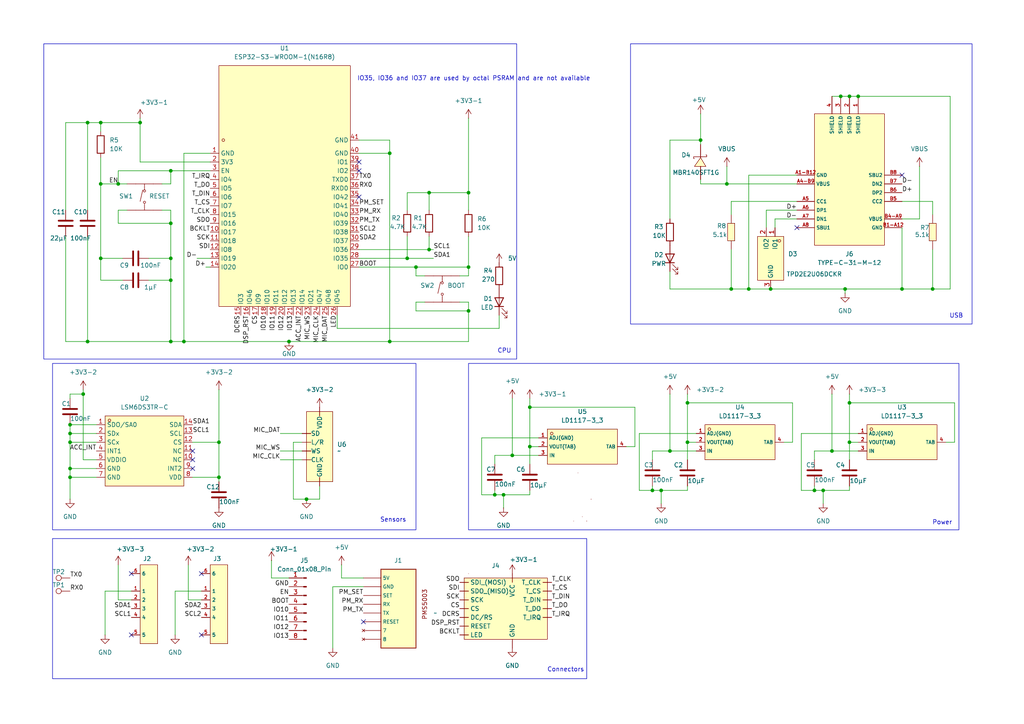
<source format=kicad_sch>
(kicad_sch (version 20250114) (generator "eeschema") (generator_version "9.0")
  (paper "A4")
  (title_block (title "Sensr") (date "2025-04-20") (rev "0.2.0") (company "PDX Hackerspace") (comment 1 "John Romkey"))
  (rectangle (start 15.24 105.41) (end 120.65 153.67))
  (rectangle (start 15.24 156.21) (end 170.18 196.85))
  (rectangle (start 12.7 12.7) (end 149.86 104.14))
  (rectangle (start 135.89 105.41) (end 278.13 153.67))
  (rectangle (start 182.88 12.7) (end 281.94 93.98))
  (text "IO35, IO36 and IO37 are used by octal PSRAM and are not available" (at 137.414 22.86 0) (effects (font (size 1.27 1.27))))
  (text "Power" (at 273.304 151.638 0) (effects (font (size 1.27 1.27))))
  (text "Connectors\n" (at 164.084 194.31 0) (effects (font (size 1.27 1.27))))
  (text "Sensors" (at 114.046 150.876 0) (effects (font (size 1.27 1.27))))
  (text "USB" (at 277.368 91.694 0) (effects (font (size 1.27 1.27))))
  (text "CPU" (at 146.304 101.854 0) (effects (font (size 1.27 1.27))))
  (junction (at 245.11 83.82))
  (junction (at 29.21 35.56))
  (junction (at 241.3 130.81))
  (junction (at 63.5 128.27))
  (junction (at 25.4 35.56))
  (junction (at 53.34 99.06))
  (junction (at 49.53 74.93))
  (junction (at 113.03 99.06))
  (junction (at 238.76 142.24))
  (junction (at 49.53 49.53))
  (junction (at 88.9 144.78))
  (junction (at 63.5 138.43))
  (junction (at 143.51 143.51))
  (junction (at 20.32 138.43))
  (junction (at 83.82 99.06))
  (junction (at 248.92 27.94))
  (junction (at 153.67 118.11))
  (junction (at 223.52 83.82))
  (junction (at 194.31 130.81))
  (junction (at 246.38 116.84))
  (junction (at 210.82 53.34))
  (junction (at 20.32 123.19))
  (junction (at 212.09 83.82))
  (junction (at 135.89 77.47))
  (junction (at 217.17 83.82))
  (junction (at 243.84 27.94))
  (junction (at 153.67 129.54))
  (junction (at 20.32 128.27))
  (junction (at 261.62 83.82))
  (junction (at 113.03 44.45))
  (junction (at 49.53 81.28))
  (junction (at 148.59 132.08))
  (junction (at 49.53 64.77))
  (junction (at 199.39 116.84))
  (junction (at 124.46 55.88))
  (junction (at 25.4 99.06))
  (junction (at 146.05 143.51))
  (junction (at 203.2 40.64))
  (junction (at 124.46 72.39))
  (junction (at 189.23 142.24))
  (junction (at 24.13 114.3))
  (junction (at 34.29 53.34))
  (junction (at 246.38 128.27))
  (junction (at 120.65 77.47))
  (junction (at 20.32 135.89))
  (junction (at 40.64 35.56))
  (junction (at 199.39 128.27))
  (junction (at 29.21 74.93))
  (junction (at 49.53 99.06))
  (junction (at 246.38 27.94))
  (junction (at 191.77 142.24))
  (junction (at 236.22 142.24))
  (junction (at 135.89 55.88))
  (junction (at 20.32 125.73))
  (junction (at 118.11 74.93))
  (junction (at 270.51 83.82))
  (junction (at 135.89 90.17))
  (junction (at 29.21 53.34))
  (no_connect (at 55.88 135.89))
  (no_connect (at 38.1 166.37))
  (no_connect (at 104.14 46.99))
  (no_connect (at 231.14 66.04))
  (no_connect (at 261.62 50.8))
  (no_connect (at 58.42 166.37))
  (no_connect (at 105.41 180.34))
  (no_connect (at 104.14 57.15))
  (no_connect (at 55.88 130.81))
  (no_connect (at 55.88 133.35))
  (no_connect (at 104.14 49.53))
  (no_connect (at 58.42 184.15))
  (no_connect (at 38.1 184.15))
  (wire (pts (xy 261.62 83.82) (xy 270.51 83.82)))
  (wire (pts (xy 113.03 44.45) (xy 113.03 99.06)))
  (wire (pts (xy 43.18 74.93) (xy 49.53 74.93)))
  (wire (pts (xy 201.93 128.27) (xy 199.39 128.27)))
  (wire (pts (xy 241.3 27.94) (xy 243.84 27.94)))
  (wire (pts (xy 199.39 142.24) (xy 199.39 140.97)))
  (wire (pts (xy 118.11 60.96) (xy 118.11 55.88)))
  (wire (pts (xy 19.05 35.56) (xy 25.4 35.56)))
  (wire (pts (xy 50.8 171.45) (xy 50.8 184.15)))
  (wire (pts (xy 120.65 90.17) (xy 135.89 90.17)))
  (wire (pts (xy 194.31 83.82) (xy 212.09 83.82)))
  (wire (pts (xy 20.32 128.27) (xy 20.32 135.89)))
  (wire (pts (xy 97.79 91.44) (xy 97.79 95.25)))
  (wire (pts (xy 34.29 53.34) (xy 29.21 53.34)))
  (wire (pts (xy 143.51 132.08) (xy 148.59 132.08)))
  (wire (pts (xy 156.21 132.08) (xy 148.59 132.08)))
  (wire (pts (xy 261.62 63.5) (xy 266.7 63.5)))
  (wire (pts (xy 60.96 44.45) (xy 53.34 44.45)))
  (wire (pts (xy 113.03 99.06) (xy 135.89 99.06)))
  (wire (pts (xy 139.7 127) (xy 139.7 143.51)))
  (wire (pts (xy 81.28 133.35) (xy 87.63 133.35)))
  (wire (pts (xy 181.61 129.54) (xy 184.15 129.54)))
  (wire (pts (xy 96.52 170.18) (xy 96.52 187.96)))
  (wire (pts (xy 34.29 53.34) (xy 36.83 53.34)))
  (wire (pts (xy 135.89 55.88) (xy 135.89 60.96)))
  (wire (pts (xy 20.32 138.43) (xy 20.32 144.78)))
  (wire (pts (xy 40.64 35.56) (xy 40.64 46.99)))
  (wire (pts (xy 238.76 142.24) (xy 246.38 142.24)))
  (wire (pts (xy 245.11 83.82) (xy 245.11 85.09)))
  (wire (pts (xy 143.51 132.08) (xy 143.51 134.62)))
  (wire (pts (xy 49.53 53.34) (xy 46.99 53.34)))
  (wire (pts (xy 63.5 138.43) (xy 63.5 139.7)))
  (wire (pts (xy 85.09 128.27) (xy 87.63 128.27)))
  (wire (pts (xy 227.33 128.27) (xy 229.87 128.27)))
  (wire (pts (xy 223.52 83.82) (xy 245.11 83.82)))
  (wire (pts (xy 139.7 143.51) (xy 143.51 143.51)))
  (wire (pts (xy 49.53 99.06) (xy 53.34 99.06)))
  (wire (pts (xy 275.59 83.82) (xy 270.51 83.82)))
  (wire (pts (xy 40.64 46.99) (xy 60.96 46.99)))
  (wire (pts (xy 92.71 140.97) (xy 92.71 144.78)))
  (wire (pts (xy 83.82 99.06) (xy 113.03 99.06)))
  (wire (pts (xy 29.21 53.34) (xy 29.21 74.93)))
  (wire (pts (xy 55.88 138.43) (xy 63.5 138.43)))
  (wire (pts (xy 135.89 34.29) (xy 135.89 55.88)))
  (wire (pts (xy 229.87 128.27) (xy 229.87 116.84)))
  (wire (pts (xy 199.39 128.27) (xy 199.39 133.35)))
  (wire (pts (xy 236.22 142.24) (xy 238.76 142.24)))
  (wire (pts (xy 104.14 74.93) (xy 118.11 74.93)))
  (wire (pts (xy 246.38 142.24) (xy 246.38 140.97)))
  (wire (pts (xy 120.65 77.47) (xy 120.65 80.01)))
  (wire (pts (xy 153.67 129.54) (xy 153.67 134.62)))
  (wire (pts (xy 20.32 125.73) (xy 20.32 128.27)))
  (wire (pts (xy 184.15 129.54) (xy 184.15 118.11)))
  (wire (pts (xy 185.42 125.73) (xy 185.42 142.24)))
  (wire (pts (xy 120.65 87.63) (xy 120.65 90.17)))
  (wire (pts (xy 224.79 63.5) (xy 231.14 63.5)))
  (wire (pts (xy 49.53 74.93) (xy 49.53 81.28)))
  (wire (pts (xy 54.61 163.83) (xy 54.61 173.99)))
  (wire (pts (xy 248.92 125.73) (xy 232.41 125.73)))
  (wire (pts (xy 49.53 49.53) (xy 49.53 53.34)))
  (wire (pts (xy 99.06 163.83) (xy 99.06 167.64)))
  (wire (pts (xy 120.65 80.01) (xy 123.19 80.01)))
  (wire (pts (xy 40.64 34.29) (xy 40.64 35.56)))
  (wire (pts (xy 217.17 50.8) (xy 231.14 50.8)))
  (wire (pts (xy 275.59 27.94) (xy 275.59 83.82)))
  (wire (pts (xy 55.88 128.27) (xy 63.5 128.27)))
  (wire (pts (xy 38.1 171.45) (xy 30.48 171.45)))
  (wire (pts (xy 24.13 113.03) (xy 24.13 114.3)))
  (wire (pts (xy 104.14 40.64) (xy 113.03 40.64)))
  (wire (pts (xy 53.34 44.45) (xy 53.34 99.06)))
  (wire (pts (xy 34.29 64.77) (xy 49.53 64.77)))
  (wire (pts (xy 27.94 123.19) (xy 20.32 123.19)))
  (wire (pts (xy 146.05 143.51) (xy 146.05 147.32)))
  (wire (pts (xy 85.09 128.27) (xy 85.09 144.78)))
  (wire (pts (xy 203.2 41.91) (xy 203.2 40.64)))
  (wire (pts (xy 124.46 55.88) (xy 124.46 60.96)))
  (wire (pts (xy 124.46 68.58) (xy 124.46 72.39)))
  (wire (pts (xy 60.96 49.53) (xy 49.53 49.53)))
  (wire (pts (xy 120.65 87.63) (xy 123.19 87.63)))
  (wire (pts (xy 236.22 142.24) (xy 236.22 140.97)))
  (wire (pts (xy 34.29 60.96) (xy 34.29 64.77)))
  (wire (pts (xy 276.86 116.84) (xy 246.38 116.84)))
  (wire (pts (xy 57.15 74.93) (xy 60.96 74.93)))
  (wire (pts (xy 58.42 173.99) (xy 54.61 173.99)))
  (wire (pts (xy 274.32 128.27) (xy 276.86 128.27)))
  (wire (pts (xy 27.94 125.73) (xy 20.32 125.73)))
  (wire (pts (xy 203.2 52.07) (xy 203.2 53.34)))
  (wire (pts (xy 189.23 130.81) (xy 189.23 133.35)))
  (wire (pts (xy 143.51 143.51) (xy 146.05 143.51)))
  (wire (pts (xy 104.14 72.39) (xy 124.46 72.39)))
  (wire (pts (xy 246.38 128.27) (xy 246.38 133.35)))
  (wire (pts (xy 144.78 91.44) (xy 144.78 95.25)))
  (wire (pts (xy 25.4 35.56) (xy 25.4 60.96)))
  (wire (pts (xy 19.05 35.56) (xy 19.05 60.96)))
  (wire (pts (xy 270.51 58.42) (xy 270.51 62.23)))
  (wire (pts (xy 248.92 128.27) (xy 246.38 128.27)))
  (wire (pts (xy 20.32 115.57) (xy 20.32 114.3)))
  (wire (pts (xy 19.05 99.06) (xy 25.4 99.06)))
  (wire (pts (xy 63.5 128.27) (xy 63.5 138.43)))
  (wire (pts (xy 78.74 162.56) (xy 78.74 167.64)))
  (wire (pts (xy 29.21 45.72) (xy 29.21 53.34)))
  (wire (pts (xy 135.89 80.01) (xy 133.35 80.01)))
  (wire (pts (xy 135.89 90.17) (xy 135.89 99.06)))
  (wire (pts (xy 236.22 130.81) (xy 241.3 130.81)))
  (wire (pts (xy 210.82 53.34) (xy 231.14 53.34)))
  (wire (pts (xy 49.53 64.77) (xy 49.53 74.93)))
  (wire (pts (xy 118.11 68.58) (xy 118.11 74.93)))
  (wire (pts (xy 245.11 83.82) (xy 261.62 83.82)))
  (wire (pts (xy 224.79 63.5) (xy 224.79 66.04)))
  (wire (pts (xy 135.89 68.58) (xy 135.89 77.47)))
  (wire (pts (xy 20.32 135.89) (xy 27.94 135.89)))
  (wire (pts (xy 270.51 83.82) (xy 270.51 72.39)))
  (wire (pts (xy 105.41 167.64) (xy 99.06 167.64)))
  (wire (pts (xy 29.21 35.56) (xy 29.21 38.1)))
  (wire (pts (xy 34.29 60.96) (xy 36.83 60.96)))
  (wire (pts (xy 135.89 77.47) (xy 120.65 77.47)))
  (wire (pts (xy 20.32 135.89) (xy 20.32 138.43)))
  (wire (pts (xy 261.62 66.04) (xy 261.62 83.82)))
  (wire (pts (xy 212.09 83.82) (xy 212.09 72.39)))
  (wire (pts (xy 43.18 81.28) (xy 49.53 81.28)))
  (wire (pts (xy 143.51 143.51) (xy 143.51 142.24)))
  (wire (pts (xy 113.03 40.64) (xy 113.03 44.45)))
  (wire (pts (xy 153.67 143.51) (xy 153.67 142.24)))
  (wire (pts (xy 156.21 127) (xy 139.7 127)))
  (wire (pts (xy 212.09 58.42) (xy 231.14 58.42)))
  (wire (pts (xy 246.38 116.84) (xy 246.38 128.27)))
  (wire (pts (xy 194.31 40.64) (xy 194.31 63.5)))
  (wire (pts (xy 96.52 170.18) (xy 105.41 170.18)))
  (wire (pts (xy 29.21 35.56) (xy 40.64 35.56)))
  (wire (pts (xy 153.67 115.57) (xy 153.67 118.11)))
  (wire (pts (xy 133.35 87.63) (xy 135.89 87.63)))
  (wire (pts (xy 135.89 87.63) (xy 135.89 90.17)))
  (wire (pts (xy 194.31 114.3) (xy 194.31 130.81)))
  (wire (pts (xy 88.9 144.78) (xy 92.71 144.78)))
  (wire (pts (xy 199.39 116.84) (xy 199.39 128.27)))
  (wire (pts (xy 81.28 125.73) (xy 87.63 125.73)))
  (wire (pts (xy 146.05 143.51) (xy 153.67 143.51)))
  (wire (pts (xy 266.7 48.26) (xy 266.7 63.5)))
  (wire (pts (xy 210.82 48.26) (xy 210.82 53.34)))
  (wire (pts (xy 212.09 62.23) (xy 212.09 58.42)))
  (wire (pts (xy 49.53 81.28) (xy 49.53 99.06)))
  (wire (pts (xy 236.22 130.81) (xy 236.22 133.35)))
  (wire (pts (xy 83.82 167.64) (xy 78.74 167.64)))
  (wire (pts (xy 24.13 114.3) (xy 24.13 133.35)))
  (wire (pts (xy 153.67 118.11) (xy 153.67 129.54)))
  (wire (pts (xy 199.39 114.3) (xy 199.39 116.84)))
  (wire (pts (xy 212.09 83.82) (xy 217.17 83.82)))
  (wire (pts (xy 20.32 114.3) (xy 24.13 114.3)))
  (wire (pts (xy 248.92 130.81) (xy 241.3 130.81)))
  (wire (pts (xy 222.25 60.96) (xy 222.25 66.04)))
  (wire (pts (xy 276.86 128.27) (xy 276.86 116.84)))
  (wire (pts (xy 20.32 128.27) (xy 27.94 128.27)))
  (wire (pts (xy 191.77 142.24) (xy 191.77 146.05)))
  (wire (pts (xy 261.62 58.42) (xy 270.51 58.42)))
  (wire (pts (xy 104.14 44.45) (xy 113.03 44.45)))
  (wire (pts (xy 25.4 68.58) (xy 25.4 99.06)))
  (wire (pts (xy 20.32 123.19) (xy 20.32 125.73)))
  (wire (pts (xy 231.14 60.96) (xy 222.25 60.96)))
  (wire (pts (xy 49.53 60.96) (xy 49.53 64.77)))
  (wire (pts (xy 49.53 49.53) (xy 34.29 49.53)))
  (wire (pts (xy 156.21 129.54) (xy 153.67 129.54)))
  (wire (pts (xy 203.2 40.64) (xy 194.31 40.64)))
  (wire (pts (xy 191.77 142.24) (xy 199.39 142.24)))
  (wire (pts (xy 185.42 142.24) (xy 189.23 142.24)))
  (wire (pts (xy 19.05 68.58) (xy 19.05 99.06)))
  (wire (pts (xy 201.93 125.73) (xy 185.42 125.73)))
  (wire (pts (xy 124.46 55.88) (xy 135.89 55.88)))
  (wire (pts (xy 59.69 77.47) (xy 60.96 77.47)))
  (wire (pts (xy 53.34 99.06) (xy 83.82 99.06)))
  (wire (pts (xy 248.92 27.94) (xy 275.59 27.94)))
  (wire (pts (xy 184.15 118.11) (xy 153.67 118.11)))
  (wire (pts (xy 201.93 130.81) (xy 194.31 130.81)))
  (wire (pts (xy 30.48 171.45) (xy 30.48 184.15)))
  (wire (pts (xy 189.23 142.24) (xy 191.77 142.24)))
  (wire (pts (xy 203.2 53.34) (xy 210.82 53.34)))
  (wire (pts (xy 34.29 49.53) (xy 34.29 53.34)))
  (wire (pts (xy 148.59 115.57) (xy 148.59 132.08)))
  (wire (pts (xy 243.84 27.94) (xy 246.38 27.94)))
  (wire (pts (xy 58.42 171.45) (xy 50.8 171.45)))
  (wire (pts (xy 29.21 74.93) (xy 29.21 81.28)))
  (wire (pts (xy 118.11 74.93) (xy 125.73 74.93)))
  (wire (pts (xy 246.38 27.94) (xy 248.92 27.94)))
  (wire (pts (xy 232.41 125.73) (xy 232.41 142.24)))
  (wire (pts (xy 194.31 78.74) (xy 194.31 83.82)))
  (wire (pts (xy 229.87 116.84) (xy 199.39 116.84)))
  (wire (pts (xy 118.11 55.88) (xy 124.46 55.88)))
  (wire (pts (xy 246.38 114.3) (xy 246.38 116.84)))
  (wire (pts (xy 27.94 133.35) (xy 24.13 133.35)))
  (wire (pts (xy 232.41 142.24) (xy 236.22 142.24)))
  (wire (pts (xy 104.14 77.47) (xy 120.65 77.47)))
  (wire (pts (xy 217.17 83.82) (xy 223.52 83.82)))
  (wire (pts (xy 29.21 81.28) (xy 35.56 81.28)))
  (wire (pts (xy 29.21 74.93) (xy 35.56 74.93)))
  (wire (pts (xy 135.89 77.47) (xy 135.89 80.01)))
  (wire (pts (xy 25.4 35.56) (xy 29.21 35.56)))
  (wire (pts (xy 63.5 113.03) (xy 63.5 128.27)))
  (wire (pts (xy 81.28 130.81) (xy 87.63 130.81)))
  (wire (pts (xy 38.1 173.99) (xy 34.29 173.99)))
  (wire (pts (xy 217.17 50.8) (xy 217.17 83.82)))
  (wire (pts (xy 203.2 40.64) (xy 203.2 33.02)))
  (wire (pts (xy 85.09 144.78) (xy 88.9 144.78)))
  (wire (pts (xy 238.76 142.24) (xy 238.76 146.05)))
  (wire (pts (xy 189.23 130.81) (xy 194.31 130.81)))
  (wire (pts (xy 241.3 114.3) (xy 241.3 130.81)))
  (wire (pts (xy 97.79 95.25) (xy 144.78 95.25)))
  (wire (pts (xy 46.99 60.96) (xy 49.53 60.96)))
  (wire (pts (xy 124.46 72.39) (xy 125.73 72.39)))
  (wire (pts (xy 189.23 142.24) (xy 189.23 140.97)))
  (wire (pts (xy 34.29 163.83) (xy 34.29 173.99)))
  (wire (pts (xy 25.4 99.06) (xy 49.53 99.06)))
  (wire (pts (xy 20.32 138.43) (xy 27.94 138.43)))
  (label "DSP_RST" (at 133.35 181.61 180))
  (label "SDA2" (at 104.14 69.85 0))
  (label "T_IRQ" (at 160.02 179.07 0))
  (label "SCK" (at 133.35 173.99 180))
  (label "DSP_RST" (at 72.39 91.44 270))
  (label "BOOT" (at 83.82 175.26 180))
  (label "SDA1" (at 125.73 74.93 0))
  (label "SCK" (at 60.96 69.85 180))
  (label "EN" (at 83.82 172.72 180))
  (label "SDO" (at 133.35 168.91 180))
  (label "MIC_CLK" (at 81.28 133.35 180))
  (label "IO11" (at 80.01 91.44 270))
  (label "IO12" (at 83.82 182.88 180))
  (label "DCRS" (at 69.85 91.44 270))
  (label "T_DO" (at 60.96 54.61 180))
  (label "MIC_DAT" (at 95.25 91.44 270))
  (label "T_CLK" (at 160.02 168.91 0))
  (label "SDI" (at 60.96 72.39 180))
  (label "MIC_WS" (at 81.28 130.81 180))
  (label "MIC_WS" (at 90.17 91.44 270))
  (label "D-" (at 57.15 74.93 180))
  (label "BCKLT" (at 133.35 184.15 180))
  (label "SDA1" (at 55.88 123.19 0))
  (label "PM_SET" (at 104.14 59.69 0))
  (label "RX0" (at 20.32 171.45 0))
  (label "IO11" (at 83.82 180.34 180))
  (label "TX0" (at 104.14 52.07 0))
  (label "SDI" (at 133.35 171.45 180))
  (label "T_CLK" (at 60.96 62.23 180))
  (label "T_CS" (at 60.96 59.69 180))
  (label "CS" (at 74.93 91.44 270))
  (label "SCL1" (at 38.1 179.07 180))
  (label "SDO" (at 60.96 64.77 180))
  (label "PM_RX" (at 105.41 175.26 180))
  (label "ACC_INT" (at 27.94 130.81 180))
  (label "PM_SET" (at 105.41 172.72 180))
  (label "CS" (at 133.35 176.53 180))
  (label "GND" (at 83.82 170.18 180))
  (label "IO13" (at 83.82 185.42 180))
  (label "LED" (at 97.79 91.44 270))
  (label "T_DIN" (at 160.02 173.99 0))
  (label "DCRS" (at 133.35 179.07 180))
  (label "SCL1" (at 55.88 125.73 0))
  (label "IO13" (at 85.09 91.44 270))
  (label "D+" (at 59.69 77.47 180))
  (label "MIC_DAT" (at 81.28 125.73 180))
  (label "PM_RX" (at 104.14 62.23 0))
  (label "IO12" (at 82.55 91.44 270))
  (label "D-" (at 231.14 63.5 180))
  (label "D+" (at 231.14 60.96 180))
  (label "SDA2" (at 58.42 176.53 180))
  (label "SCL2" (at 104.14 67.31 0))
  (label "PM_TX" (at 105.41 177.8 180))
  (label "SCL2" (at 58.42 179.07 180))
  (label "T_DO" (at 160.02 176.53 0))
  (label "T_CS" (at 160.02 171.45 0))
  (label "T_DIN" (at 60.96 57.15 180))
  (label "T_IRQ" (at 60.96 52.07 180))
  (label "ACC_INT" (at 87.63 91.44 270))
  (label "EN" (at 34.29 53.34 180))
  (label "D-" (at 261.62 53.34 0))
  (label "IO10" (at 83.82 177.8 180))
  (label "TX0" (at 20.32 167.64 0))
  (label "IO10" (at 77.47 91.44 270))
  (label "D+" (at 261.62 55.88 0))
  (label "MIC_CLK" (at 92.71 91.44 270))
  (label "BCKLT" (at 60.96 67.31 180))
  (label "PM_TX" (at 104.14 64.77 0))
  (label "RX0" (at 104.14 54.61 0))
  (label "SCL1" (at 125.73 72.39 0))
  (label "SDA1" (at 38.1 176.53 180))
  (label "BOOT" (at 104.14 77.47 0))
  (symbol (lib_id "Device:C") (at 25.4 64.77 0) (unit 1)
    (property "Reference" "C10" (at 23.368 61.468 0))
    (property "Value" "100nF" (at 23.368 69.088 0))
    (property "Footprint" "Capacitor_SMD:C_0805_2012Metric_Pad1.18x1.45mm_HandSolder" (effects (hide yes)))
    (property "Description" "Unpolarized capacitor" (effects (hide yes)))
    (property "LCSC" "C1711" (effects (hide yes)))
  )
  (symbol (lib_id "Connector:TestPoint") (at 20.32 167.64 90) (unit 1)
    (property "Reference" "TP2" (at 17.018 165.862 90))
    (property "Value" "TX0" (effects (hide yes)))
    (property "Footprint" "TestPoint:TestPoint_THTPad_D2.5mm_Drill1.2mm" (effects (hide yes)))
    (property "Description" "test point" (effects (hide yes)))
  )
  (symbol (lib_id "Device:C") (at 20.32 119.38 0) (unit 1)
    (property "Reference" "C1" (at 20.574 117.094 0) (effects (justify right)))
    (property "Value" "100nF" (at 26.416 121.412 0) (effects (justify right)))
    (property "Footprint" "Capacitor_SMD:C_0805_2012Metric_Pad1.18x1.45mm_HandSolder" (effects (hide yes)))
    (property "Description" "Unpolarized capacitor" (effects (hide yes)))
    (property "LCSC" "C1711" (effects (hide yes)))
  )
  (symbol (lib_id "easyeda2kicad.kicad_sym:MC-311D") (at 246.38 49.53 0) (unit 1)
    (property "Reference" "J6" (at 246.38 73.66 0))
    (property "Value" "TYPE-C-31-M-12" (at 246.38 76.2 0))
    (property "Footprint" "footprint:USB-C-SMD_MC-311D" (effects (hide yes)))
    (property "Datasheet" "https://item.szlcsc.com/147739.html" (effects (hide yes)))
    (property "LCSC" "C136423" (effects (hide yes)))
  )
  (symbol (lib_id "Connector:TestPoint") (at 20.32 171.45 90) (unit 1)
    (property "Reference" "TP1" (at 17.018 169.672 90))
    (property "Value" "RX0" (effects (hide yes)))
    (property "Footprint" "TestPoint:TestPoint_THTPad_D2.5mm_Drill1.2mm" (effects (hide yes)))
    (property "Description" "test point" (effects (hide yes)))
  )
  (symbol (lib_id "Device:R") (at 29.21 41.91 0) (unit 1)
    (property "Reference" "R5" (at 31.75 40.6399 0) (effects (justify left)))
    (property "Value" "10K" (at 31.75 43.1799 0) (effects (justify left)))
    (property "Footprint" "Resistor_SMD:R_0805_2012Metric_Pad1.20x1.40mm_HandSolder" (effects (hide yes)))
    (property "Description" "Resistor" (effects (hide yes)))
    (property "LCSC" "C17414" (effects (hide yes)))
  )
  (symbol (lib_id "power:GND") (at 30.48 184.15 0) (unit 1)
    (property "Reference" "#PWR029" (effects (hide yes)))
    (property "Value" "GND" (at 30.48 189.23 0))
    (property "Description" "Power symbol creates a global label with name \"GND\" , ground" (effects (hide yes)))
  )
  (symbol (lib_id "easyeda2kicad.kicad_sym:LD1117-3_3") (at 214.63 128.27 0) (unit 1)
    (property "Reference" "U4" (at 214.63 118.11 0))
    (property "Value" "LD1117-3_3" (at 214.63 120.65 0))
    (property "Footprint" "footprint:SOT-223_L6.7-W3.5-P2.30-BR" (effects (hide yes)))
    (property "Datasheet" "https://item.szlcsc.com/245102.html" (effects (hide yes)))
    (property "LCSC" "C347229" (effects (hide yes)))
  )
  (symbol (lib_id "Device:LED") (at 194.31 74.93 90) (unit 1)
    (property "Reference" "D2" (at 189.738 73.914 90) (effects (justify right)))
    (property "Value" "PWR" (at 188.976 76.454 90) (effects (justify right)))
    (property "Footprint" "LED_SMD:LED_0805_2012Metric" (effects (hide yes)))
    (property "Description" "Light emitting diode" (effects (hide yes)))
    (property "LCSC" "C84256" (effects (hide yes)))
  )
  (symbol (lib_id "power:GND") (at 245.11 85.09 0) (unit 1)
    (property "Reference" "#PWR05" (effects (hide yes)))
    (property "Value" "GND" (at 245.11 90.17 0))
    (property "Description" "Power symbol creates a global label with name \"GND\" , ground" (effects (hide yes)))
  )
  (symbol (lib_id "power:+5V") (at 241.3 114.3 0) (unit 1)
    (property "Reference" "#PWR09" (effects (hide yes)))
    (property "Value" "+5V" (at 241.3 109.22 0))
    (property "Description" "Power symbol creates a global label with name \"+5V\"" (effects (hide yes)))
  )
  (symbol (lib_id "easyeda2kicad.kicad_sym:SM04B-SRSS-TB_(LF)(SN)") (at 41.91 175.26 90) (mirror x) (unit 1)
    (property "Reference" "J2" (at 42.672 162.052 90))
    (property "Value" "SM04B-SRSS-TB_(LF)(SN)" (effects (hide yes)))
    (property "Footprint" "footprint:CONN-SMD_4P-P1.00_SM04B-SRSS-TB-LF-SN" (effects (hide yes)))
    (property "Datasheet" "https://lcsc.com/product-detail/Wire-To-Board-Wire-To-Wire-Connector_JST-Sales-America_SM04B-SRSS-TB-LF-SN_JST-Sales-America-SM04B-SRSS-TB-LF-SN_C160404.html" (effects (hide yes)))
    (property "LCSC" "C160404" (effects (hide yes)))
  )
  (symbol (lib_id "power:+3V3") (at 135.89 34.29 0) (unit 1)
    (property "Reference" "#PWR07" (effects (hide yes)))
    (property "Value" "+3V3-1" (at 135.89 29.21 0))
    (property "Description" "Power symbol creates a global label with name \"+3V3\"" (effects (hide yes)))
  )
  (symbol (lib_id "Device:C") (at 189.23 137.16 0) (unit 1)
    (property "Reference" "C3" (at 189.484 134.874 0) (effects (justify right)))
    (property "Value" "100nF" (at 195.326 139.192 0) (effects (justify right)))
    (property "Footprint" "Capacitor_SMD:C_0805_2012Metric_Pad1.18x1.45mm_HandSolder" (effects (hide yes)))
    (property "Description" "Unpolarized capacitor" (effects (hide yes)))
    (property "LCSC" "C1711" (effects (hide yes)))
  )
  (symbol (lib_id "power:GND") (at 96.52 187.96 0) (unit 1)
    (property "Reference" "#PWR033" (effects (hide yes)))
    (property "Value" "GND" (at 96.52 193.04 0))
    (property "Description" "Power symbol creates a global label with name \"GND\" , ground" (effects (hide yes)))
  )
  (symbol (lib_id "1mySymbols:INMP4") (at 92.71 130.81 0) (unit 1)
    (property "Reference" "U6" (at 97.79 128.9049 0) (effects (justify left)))
    (property "Value" "~" (at 97.79 130.81 0) (effects (justify left)))
    (property "Footprint" "1myFootprints:INMP4" (effects (hide yes)))
  )
  (symbol (lib_id "Device:C") (at 199.39 137.16 0) (unit 1)
    (property "Reference" "C2" (at 198.12 134.874 0) (effects (justify right)))
    (property "Value" "10µF" (at 204.47 139.446 0) (effects (justify right)))
    (property "Footprint" "Capacitor_SMD:C_0805_2012Metric_Pad1.18x1.45mm_HandSolder" (effects (hide yes)))
    (property "Description" "Unpolarized capacitor" (effects (hide yes)))
    (property "LCSC" "C1713" (effects (hide yes)))
  )
  (symbol (lib_id "new:MBR140SFT1G") (at 203.2 46.99 270) (unit 1)
    (property "Reference" "D4" (at 197.612 44.958 90) (effects (justify left)))
    (property "Value" "MBR140SFT1G" (at 195.072 50.038 90) (effects (justify left)))
    (property "Footprint" "EasyEDA:SOD-123F_L2.8-W1.8-LS3.7-RD" (effects (hide yes)))
    (property "Datasheet" "https://lcsc.com/product-detail/Schottky-Barrier-Diodes-SBD_ON_MBR140SFT1G_MBR140SFT1G_C43381.html" (effects (hide yes)))
    (property "LCSC" "C43381" (effects (hide yes)))
  )
  (symbol (lib_id "power:+3V3") (at 63.5 113.03 0) (unit 1)
    (property "Reference" "#PWR025" (effects (hide yes)))
    (property "Value" "+3V3-2" (at 63.5 107.95 0))
    (property "Description" "Power symbol creates a global label with name \"+3V3\"" (effects (hide yes)))
  )
  (symbol (lib_id "Device:C") (at 39.37 81.28 90) (unit 1)
    (property "Reference" "C8" (at 36.068 83.312 90))
    (property "Value" "1µF" (at 43.688 83.312 90))
    (property "Footprint" "Capacitor_SMD:C_0805_2012Metric_Pad1.18x1.45mm_HandSolder" (effects (hide yes)))
    (property "Description" "Unpolarized capacitor" (effects (hide yes)))
    (property "LCSC" "C1712" (effects (hide yes)))
  )
  (symbol (lib_id "Device:R") (at 144.78 80.01 0) (unit 1)
    (property "Reference" "R4" (at 140.208 78.486 0) (effects (justify left)))
    (property "Value" "270" (at 139.7 81.026 0) (effects (justify left)))
    (property "Footprint" "Resistor_SMD:R_0603_1608Metric_Pad0.98x0.95mm_HandSolder" (effects (hide yes)))
    (property "Description" "Resistor" (effects (hide yes)))
    (property "LCSC" "C22966" (effects (hide yes)))
  )
  (symbol (lib_name "AR02BTC5101_1") (lib_id "easyeda2kicad.kicad_sym:AR02BTC5101") (at 212.09 67.31 270) (unit 1)
    (property "Reference" "R8" (at 209.296 65.532 90))
    (property "Value" "5.1k" (at 208.788 68.072 90))
    (property "Footprint" "Resistor_SMD:R_0805_2012Metric_Pad1.20x1.40mm_HandSolder" (effects (hide yes)))
    (property "LCSC" "C27834" (effects (hide yes)))
  )
  (symbol (lib_id "power:GND") (at 20.32 144.78 0) (unit 1)
    (property "Reference" "#PWR026" (effects (hide yes)))
    (property "Value" "GND" (at 20.32 149.86 0))
    (property "Description" "Power symbol creates a global label with name \"GND\" , ground" (effects (hide yes)))
  )
  (symbol (lib_id "power:+3V3") (at 144.78 76.2 0) (unit 1)
    (property "Reference" "#PWR018" (effects (hide yes)))
    (property "Value" "5V" (at 147.32 74.9299 0) (effects (justify left)))
    (property "Description" "Power symbol creates a global label with name \"+3V3\"" (effects (hide yes)))
  )
  (symbol (lib_id "power:+3V3") (at 153.67 115.57 0) (unit 1)
    (property "Reference" "#PWR023" (effects (hide yes)))
    (property "Value" "+3V3-1" (at 156.21 114.2999 0) (effects (justify left)))
    (property "Description" "Power symbol creates a global label with name \"+3V3\"" (effects (hide yes)))
  )
  (symbol (lib_id "power:+3V3") (at 199.39 114.3 0) (unit 1)
    (property "Reference" "#PWR020" (effects (hide yes)))
    (property "Value" "+3V3-2" (at 201.93 113.0299 0) (effects (justify left)))
    (property "Description" "Power symbol creates a global label with name \"+3V3\"" (effects (hide yes)))
  )
  (symbol (lib_id "power:GND") (at 50.8 184.15 0) (unit 1)
    (property "Reference" "#PWR02" (effects (hide yes)))
    (property "Value" "GND" (at 50.8 189.23 0))
    (property "Description" "Power symbol creates a global label with name \"GND\" , ground" (effects (hide yes)))
  )
  (symbol (lib_id "easyeda2kicad.kicad_sym:AR02BTC5101") (at 270.51 67.31 270) (unit 1)
    (property "Reference" "R7" (at 268.224 66.04 90))
    (property "Value" "5.1k" (at 267.462 68.072 90))
    (property "Footprint" "Resistor_SMD:R_0805_2012Metric_Pad1.20x1.40mm_HandSolder" (effects (hide yes)))
    (property "LCSC" "C27834" (effects (hide yes)))
  )
  (symbol (lib_id "new:TPD2E2U06DCKR") (at 223.52 74.93 270) (unit 1)
    (property "Reference" "D3" (at 228.6 73.6599 90) (effects (justify left)))
    (property "Value" "TPD2E2U06DCKR" (at 228.092 79.502 90) (effects (justify left)))
    (property "Footprint" "EasyEDA:SC-70-3_L2.0-W1.3-P0.65-LS2.1-BL" (effects (hide yes)))
    (property "LCSC Part" "C1855726" (effects (hide yes)))
  )
  (symbol (lib_id "power:GND") (at 238.76 146.05 0) (unit 1)
    (property "Reference" "#PWR08" (effects (hide yes)))
    (property "Value" "GND" (at 238.76 151.13 0))
    (property "Description" "Power symbol creates a global label with name \"GND\" , ground" (effects (hide yes)))
  )
  (symbol (lib_id "easyeda2kicad.kicad_sym:LD1117-3_3") (at 261.62 128.27 0) (unit 1)
    (property "Reference" "U3" (at 261.62 118.11 0))
    (property "Value" "LD1117-3_3" (at 261.62 120.65 0))
    (property "Footprint" "footprint:SOT-223_L6.7-W3.5-P2.30-BR" (effects (hide yes)))
    (property "Datasheet" "https://item.szlcsc.com/245102.html" (effects (hide yes)))
    (property "LCSC" "C347229" (effects (hide yes)))
  )
  (symbol (lib_id "power:+3V3") (at 78.74 162.56 0) (unit 1)
    (property "Reference" "#PWR017" (effects (hide yes)))
    (property "Value" "+3V3-1" (at 78.232 159.258 0) (effects (justify left)))
    (property "Description" "Power symbol creates a global label with name \"+3V3\"" (effects (hide yes)))
  )
  (symbol (lib_id "EasyEDA:LSM6DS3TR-C") (at 41.91 130.81 0) (unit 1)
    (property "Reference" "U2" (at 41.91 115.57 0))
    (property "Value" "LSM6DS3TR-C" (at 41.91 118.11 0))
    (property "Footprint" "EasyEDA:LGA-14_L3.0-W2.5-P0.50-TL" (effects (hide yes)))
    (property "LCSC Part" "C967633" (effects (hide yes)))
  )
  (symbol (lib_id "Device:R") (at 135.89 64.77 0) (unit 1)
    (property "Reference" "R6" (at 138.43 63.4999 0) (effects (justify left)))
    (property "Value" "10K" (at 138.43 66.0399 0) (effects (justify left)))
    (property "Footprint" "Resistor_SMD:R_0805_2012Metric_Pad1.20x1.40mm_HandSolder" (effects (hide yes)))
    (property "Description" "Resistor" (effects (hide yes)))
    (property "LCSC" "C17414" (effects (hide yes)))
  )
  (symbol (lib_id "Device:C") (at 39.37 74.93 90) (unit 1)
    (property "Reference" "C9" (at 36.068 76.962 90))
    (property "Value" "100nF" (at 43.688 76.962 90))
    (property "Footprint" "Capacitor_SMD:C_0805_2012Metric_Pad1.18x1.45mm_HandSolder" (effects (hide yes)))
    (property "Description" "Unpolarized capacitor" (effects (hide yes)))
    (property "LCSC" "C1711" (effects (hide yes)))
  )
  (symbol (lib_id "Device:C") (at 63.5 143.51 0) (unit 1)
    (property "Reference" "C12" (at 63.754 141.224 0) (effects (justify right)))
    (property "Value" "100nF" (at 69.596 145.542 0) (effects (justify right)))
    (property "Footprint" "Capacitor_SMD:C_0805_2012Metric_Pad1.18x1.45mm_HandSolder" (effects (hide yes)))
    (property "Description" "Unpolarized capacitor" (effects (hide yes)))
    (property "LCSC" "C1711" (effects (hide yes)))
  )
  (symbol (lib_id "Device:C") (at 246.38 137.16 0) (unit 1)
    (property "Reference" "C4" (at 245.11 134.874 0) (effects (justify right)))
    (property "Value" "10µF" (at 251.46 139.446 0) (effects (justify right)))
    (property "Footprint" "Capacitor_SMD:C_0805_2012Metric_Pad1.18x1.45mm_HandSolder" (effects (hide yes)))
    (property "Description" "Unpolarized capacitor" (effects (hide yes)))
    (property "LCSC" "C1713" (effects (hide yes)))
  )
  (symbol (lib_id "new:TS-1187A-B-A-B") (at 128.27 82.55 0) (unit 1)
    (property "Reference" "SW2" (at 123.952 82.804 0))
    (property "Value" "BOOT" (at 132.334 82.804 0))
    (property "Footprint" "EasyEDA:SW-SMD_4P-L5.1-W5.1-P3.70-LS6.5-TL_H1.5" (effects (hide yes)))
    (property "Datasheet" "https://lcsc.com/product-detail/Tactile-Switches_XKB-Enterprise-TS-1187-B-A-A_C318884.html" (effects (hide yes)))
    (property "LCSC" "C318884" (effects (hide yes)))
  )
  (symbol (lib_id "power:GND") (at 148.59 187.96 0) (unit 1)
    (property "Reference" "#PWR015" (effects (hide yes)))
    (property "Value" "GND" (at 148.59 193.04 0))
    (property "Description" "Power symbol creates a global label with name \"GND\" , ground" (effects (hide yes)))
  )
  (symbol (lib_id "Device:R") (at 194.31 67.31 0) (unit 1)
    (property "Reference" "R3" (at 189.738 65.786 0) (effects (justify left)))
    (property "Value" "10K" (at 189.23 68.326 0) (effects (justify left)))
    (property "Footprint" "Resistor_SMD:R_0805_2012Metric_Pad1.20x1.40mm_HandSolder" (effects (hide yes)))
    (property "Description" "Resistor" (effects (hide yes)))
    (property "LCSC" "C17414" (effects (hide yes)))
  )
  (symbol (lib_name "TS-1187A-B-A-B_1") (lib_id "new:TS-1187A-B-A-B") (at 41.91 55.88 0) (unit 1)
    (property "Reference" "SW1" (at 36.576 56.896 0))
    (property "Value" "RESET" (at 46.228 56.896 0))
    (property "Footprint" "EasyEDA:SW-SMD_4P-L5.1-W5.1-P3.70-LS6.5-TL_H1.5" (effects (hide yes)))
    (property "Datasheet" "https://lcsc.com/product-detail/Tactile-Switches_XKB-Enterprise-TS-1187-B-A-A_C318884.html" (effects (hide yes)))
    (property "LCSC" "C318884" (effects (hide yes)))
  )
  (symbol (lib_id "1mySymbols:PMS5003_Connector") (at 115.57 189.23 0) (unit 1)
    (property "Reference" "J1" (at 114.3 162.56 0) (effects (justify left)))
    (property "Value" "~" (at 125.73 177.8 0) (effects (justify left)))
    (property "Footprint" "1myFootprints:PMS5003 Connector" (effects (hide yes)))
    (property "Datasheet" "https://www.digikey.jp/htmldatasheets/production/2903006/0/0/1/pms5003-series-manual.html" (effects (hide yes)))
    (property "LCSC" "C293349" (effects (hide yes)))
  )
  (symbol (lib_id "power:+3V3") (at 92.71 118.11 0) (unit 1)
    (property "Reference" "#PWR031" (effects (hide yes)))
    (property "Value" "+3V3-2" (at 92.71 113.03 0))
    (property "Description" "Power symbol creates a global label with name \"+3V3\"" (effects (hide yes)))
  )
  (symbol (lib_id "power:+3V3") (at 34.29 163.83 0) (unit 1)
    (property "Reference" "#PWR030" (effects (hide yes)))
    (property "Value" "+3V3-3" (at 33.782 159.258 0) (effects (justify left)))
    (property "Description" "Power symbol creates a global label with name \"+3V3\"" (effects (hide yes)))
  )
  (symbol (lib_id "power:GND") (at 191.77 146.05 0) (unit 1)
    (property "Reference" "#PWR012" (effects (hide yes)))
    (property "Value" "GND" (at 191.77 151.13 0))
    (property "Description" "Power symbol creates a global label with name \"GND\" , ground" (effects (hide yes)))
  )
  (symbol (lib_id "Connector:Conn_01x08_Pin") (at 88.9 175.26 0) (mirror y) (unit 1)
    (property "Reference" "J5" (at 88.265 162.56 0))
    (property "Value" "Conn_01x08_Pin" (at 88.265 165.1 0))
    (property "Footprint" "Connector_PinSocket_2.54mm:PinSocket_1x08_P2.54mm_Vertical" (effects (hide yes)))
    (property "Description" "Generic connector, single row, 01x08, script generated" (effects (hide yes)))
  )
  (symbol (lib_id "Device:C") (at 19.05 64.77 0) (unit 1)
    (property "Reference" "C11" (at 17.018 61.468 0))
    (property "Value" "22µF" (at 17.018 69.088 0))
    (property "Footprint" "Capacitor_SMD:C_0805_2012Metric_Pad1.18x1.45mm_HandSolder" (effects (hide yes)))
    (property "Description" "Unpolarized capacitor" (effects (hide yes)))
    (property "LCSC" "C45783" (effects (hide yes)))
  )
  (symbol (lib_id "easyeda2kicad.kicad_sym:LD1117-3_3") (at 168.91 129.54 0) (unit 1)
    (property "Reference" "U5" (at 168.91 119.38 0))
    (property "Value" "LD1117-3_3" (at 168.91 121.92 0))
    (property "Footprint" "footprint:SOT-223_L6.7-W3.5-P2.30-BR" (effects (hide yes)))
    (property "Datasheet" "https://item.szlcsc.com/245102.html" (effects (hide yes)))
    (property "LCSC" "C347229" (effects (hide yes)))
  )
  (symbol (lib_id "power:GND") (at 83.82 99.06 0) (unit 1)
    (property "Reference" "#PWR013" (effects (hide yes)))
    (property "Value" "GND" (at 83.82 102.616 0))
    (property "Description" "Power symbol creates a global label with name \"GND\" , ground" (effects (hide yes)))
  )
  (symbol (lib_id "power:+5V") (at 194.31 114.3 0) (unit 1)
    (property "Reference" "#PWR019" (effects (hide yes)))
    (property "Value" "+5V" (at 194.31 109.22 0))
    (property "Description" "Power symbol creates a global label with name \"+5V\"" (effects (hide yes)))
  )
  (symbol (lib_id "power:+3V3") (at 246.38 114.3 0) (unit 1)
    (property "Reference" "#PWR010" (effects (hide yes)))
    (property "Value" "+3V3-3" (at 248.92 113.0299 0) (effects (justify left)))
    (property "Description" "Power symbol creates a global label with name \"+3V3\"" (effects (hide yes)))
  )
  (symbol (lib_id "power:+3V3") (at 24.13 113.03 0) (unit 1)
    (property "Reference" "#PWR024" (effects (hide yes)))
    (property "Value" "+3V3-2" (at 24.13 107.95 0))
    (property "Description" "Power symbol creates a global label with name \"+3V3\"" (effects (hide yes)))
  )
  (symbol (lib_id "Device:R") (at 118.11 64.77 0) (unit 1)
    (property "Reference" "R2" (at 113.538 63.246 0) (effects (justify left)))
    (property "Value" "4.7K" (at 113.03 65.786 0) (effects (justify left)))
    (property "Footprint" "Resistor_SMD:R_0603_1608Metric_Pad0.98x0.95mm_HandSolder" (effects (hide yes)))
    (property "Description" "Resistor" (effects (hide yes)))
    (property "LCSC" "C23162" (effects (hide yes)))
  )
  (symbol (lib_id "power:+5V") (at 148.59 115.57 0) (unit 1)
    (property "Reference" "#PWR022" (effects (hide yes)))
    (property "Value" "+5V" (at 148.59 110.49 0))
    (property "Description" "Power symbol creates a global label with name \"+5V\"" (effects (hide yes)))
  )
  (symbol (lib_id "power:+3V3") (at 148.59 166.37 0) (unit 1)
    (property "Reference" "#PWR016" (effects (hide yes)))
    (property "Value" "+3V3-1" (at 147.828 162.306 0) (effects (justify left)))
    (property "Description" "Power symbol creates a global label with name \"+3V3\"" (effects (hide yes)))
  )
  (symbol (lib_id "Device:R") (at 124.46 64.77 0) (unit 1)
    (property "Reference" "R1" (at 119.888 63.246 0) (effects (justify left)))
    (property "Value" "4.7K" (at 119.38 65.786 0) (effects (justify left)))
    (property "Footprint" "Resistor_SMD:R_0603_1608Metric_Pad0.98x0.95mm_HandSolder" (effects (hide yes)))
    (property "Description" "Resistor" (effects (hide yes)))
    (property "LCSC" "C23162" (effects (hide yes)))
  )
  (symbol (lib_id "Device:C") (at 153.67 138.43 0) (unit 1)
    (property "Reference" "C6" (at 152.4 136.144 0) (effects (justify right)))
    (property "Value" "10µF" (at 158.75 140.716 0) (effects (justify right)))
    (property "Footprint" "Capacitor_SMD:C_0805_2012Metric_Pad1.18x1.45mm_HandSolder" (effects (hide yes)))
    (property "Description" "Unpolarized capacitor" (effects (hide yes)))
    (property "LCSC" "C1713" (effects (hide yes)))
  )
  (symbol (lib_id "power:+3V3") (at 54.61 163.83 0) (unit 1)
    (property "Reference" "#PWR04" (effects (hide yes)))
    (property "Value" "+3V3-2" (at 54.102 159.258 0) (effects (justify left)))
    (property "Description" "Power symbol creates a global label with name \"+3V3\"" (effects (hide yes)))
  )
  (symbol (lib_id "Device:LED") (at 144.78 87.63 90) (unit 1)
    (property "Reference" "D1" (at 140.208 86.614 90) (effects (justify right)))
    (property "Value" "LED" (at 139.446 89.154 90) (effects (justify right)))
    (property "Footprint" "LED_SMD:LED_0805_2012Metric" (effects (hide yes)))
    (property "Description" "Light emitting diode" (effects (hide yes)))
    (property "LCSC" "C2297" (effects (hide yes)))
  )
  (symbol (lib_id "power:+3V3") (at 40.64 34.29 0) (unit 1)
    (property "Reference" "#PWR014" (effects (hide yes)))
    (property "Value" "+3V3-1" (at 40.64 29.718 0) (effects (justify left)))
    (property "Description" "Power symbol creates a global label with name \"+3V3\"" (effects (hide yes)))
  )
  (symbol (lib_id "new:ESP32-S3-WROOM-1(N16R8)") (at 82.55 55.88 0) (unit 1)
    (property "Reference" "U1" (at 82.55 13.97 0))
    (property "Value" "ESP32-S3-WROOM-1(N16R8)" (at 82.55 16.51 0))
    (property "Footprint" "EasyEDA:WIRELM-SMD_ESP32-S3-WROOM-1" (effects (hide yes)))
    (property "LCSC Part" "C2913202" (effects (hide yes)))
  )
  (symbol (lib_id "power:VBUS") (at 210.82 48.26 0) (unit 1)
    (property "Reference" "#PWR03" (effects (hide yes)))
    (property "Value" "VBUS" (at 210.82 43.18 0))
    (property "Description" "Power symbol creates a global label with name \"VBUS\"" (effects (hide yes)))
  )
  (symbol (lib_id "1mySymbols:SPI_TFT_Touch") (at 147.32 175.26 0) (unit 1)
    (property "Reference" "J4" (at 143.764 164.084 0))
    (property "Value" "~" (at 137.16 173.99 0))
    (property "Footprint" "1myFootprints:SPI_TFT_TOUCH" (effects (hide yes)))
  )
  (symbol (lib_id "power:GND") (at 88.9 144.78 0) (unit 1)
    (property "Reference" "#PWR027" (effects (hide yes)))
    (property "Value" "GND" (at 88.9 149.86 0))
    (property "Description" "Power symbol creates a global label with name \"GND\" , ground" (effects (hide yes)))
  )
  (symbol (lib_id "power:GND") (at 63.5 147.32 0) (unit 1)
    (property "Reference" "#PWR028" (effects (hide yes)))
    (property "Value" "GND" (at 63.5 152.4 0))
    (property "Description" "Power symbol creates a global label with name \"GND\" , ground" (effects (hide yes)))
  )
  (symbol (lib_id "power:+5V") (at 203.2 33.02 0) (unit 1)
    (property "Reference" "#PWR01" (effects (hide yes)))
    (property "Value" "+5V" (at 202.692 28.956 0))
    (property "Description" "Power symbol creates a global label with name \"+5V\"" (effects (hide yes)))
  )
  (symbol (lib_id "Device:C") (at 236.22 137.16 0) (unit 1)
    (property "Reference" "C5" (at 236.474 134.874 0) (effects (justify right)))
    (property "Value" "100nF" (at 242.316 139.192 0) (effects (justify right)))
    (property "Footprint" "Capacitor_SMD:C_0805_2012Metric_Pad1.18x1.45mm_HandSolder" (effects (hide yes)))
    (property "Description" "Unpolarized capacitor" (effects (hide yes)))
    (property "LCSC" "C1711" (effects (hide yes)))
  )
  (symbol (lib_id "Device:C") (at 143.51 138.43 0) (unit 1)
    (property "Reference" "C7" (at 143.764 136.144 0) (effects (justify right)))
    (property "Value" "100nF" (at 149.606 140.462 0) (effects (justify right)))
    (property "Footprint" "Capacitor_SMD:C_0805_2012Metric_Pad1.18x1.45mm_HandSolder" (effects (hide yes)))
    (property "Description" "Unpolarized capacitor" (effects (hide yes)))
    (property "LCSC" "C1711" (effects (hide yes)))
  )
  (symbol (lib_id "easyeda2kicad.kicad_sym:SM04B-SRSS-TB_(LF)(SN)") (at 62.23 175.26 90) (mirror x) (unit 1)
    (property "Reference" "J3" (at 62.992 162.052 90))
    (property "Value" "SM04B-SRSS-TB_(LF)(SN)" (effects (hide yes)))
    (property "Footprint" "footprint:CONN-SMD_4P-P1.00_SM04B-SRSS-TB-LF-SN" (effects (hide yes)))
    (property "Datasheet" "https://lcsc.com/product-detail/Wire-To-Board-Wire-To-Wire-Connector_JST-Sales-America_SM04B-SRSS-TB-LF-SN_JST-Sales-America-SM04B-SRSS-TB-LF-SN_C160404.html" (effects (hide yes)))
    (property "LCSC" "C160404" (effects (hide yes)))
  )
  (symbol (lib_id "power:VBUS") (at 266.7 48.26 0) (unit 1)
    (property "Reference" "#PWR06" (effects (hide yes)))
    (property "Value" "VBUS" (at 266.7 43.18 0))
    (property "Description" "Power symbol creates a global label with name \"VBUS\"" (effects (hide yes)))
  )
  (symbol (lib_id "power:+5V") (at 99.06 163.83 0) (unit 1)
    (property "Reference" "#PWR032" (effects (hide yes)))
    (property "Value" "+5V" (at 99.06 158.75 0))
    (property "Description" "Power symbol creates a global label with name \"+5V\"" (effects (hide yes)))
  )
  (symbol (lib_id "power:GND") (at 146.05 147.32 0) (unit 1)
    (property "Reference" "#PWR021" (effects (hide yes)))
    (property "Value" "GND" (at 146.05 152.4 0))
    (property "Description" "Power symbol creates a global label with name \"GND\" , ground" (effects (hide yes)))
  )
)
</source>
